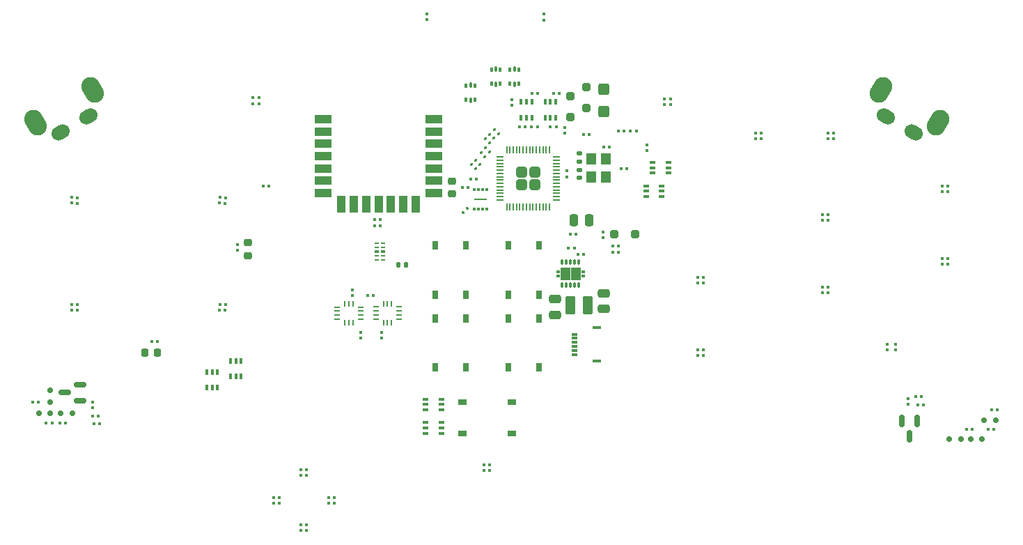
<source format=gbr>
%TF.GenerationSoftware,KiCad,Pcbnew,9.0.3*%
%TF.CreationDate,2025-09-30T10:08:22-07:00*%
%TF.ProjectId,UGC_Main_R5,5547435f-4d61-4696-9e5f-52352e6b6963,rev?*%
%TF.SameCoordinates,Original*%
%TF.FileFunction,Paste,Top*%
%TF.FilePolarity,Positive*%
%FSLAX46Y46*%
G04 Gerber Fmt 4.6, Leading zero omitted, Abs format (unit mm)*
G04 Created by KiCad (PCBNEW 9.0.3) date 2025-09-30 10:08:22*
%MOMM*%
%LPD*%
G01*
G04 APERTURE LIST*
G04 Aperture macros list*
%AMRoundRect*
0 Rectangle with rounded corners*
0 $1 Rounding radius*
0 $2 $3 $4 $5 $6 $7 $8 $9 X,Y pos of 4 corners*
0 Add a 4 corners polygon primitive as box body*
4,1,4,$2,$3,$4,$5,$6,$7,$8,$9,$2,$3,0*
0 Add four circle primitives for the rounded corners*
1,1,$1+$1,$2,$3*
1,1,$1+$1,$4,$5*
1,1,$1+$1,$6,$7*
1,1,$1+$1,$8,$9*
0 Add four rect primitives between the rounded corners*
20,1,$1+$1,$2,$3,$4,$5,0*
20,1,$1+$1,$4,$5,$6,$7,0*
20,1,$1+$1,$6,$7,$8,$9,0*
20,1,$1+$1,$8,$9,$2,$3,0*%
%AMHorizOval*
0 Thick line with rounded ends*
0 $1 width*
0 $2 $3 position (X,Y) of the first rounded end (center of the circle)*
0 $4 $5 position (X,Y) of the second rounded end (center of the circle)*
0 Add line between two ends*
20,1,$1,$2,$3,$4,$5,0*
0 Add two circle primitives to create the rounded ends*
1,1,$1,$2,$3*
1,1,$1,$4,$5*%
%AMRotRect*
0 Rectangle, with rotation*
0 The origin of the aperture is its center*
0 $1 length*
0 $2 width*
0 $3 Rotation angle, in degrees counterclockwise*
0 Add horizontal line*
21,1,$1,$2,0,0,$3*%
G04 Aperture macros list end*
%ADD10C,0.010000*%
%ADD11R,0.370000X0.370000*%
%ADD12RoundRect,0.079500X0.079500X0.100500X-0.079500X0.100500X-0.079500X-0.100500X0.079500X-0.100500X0*%
%ADD13RoundRect,0.250000X-0.250000X-0.475000X0.250000X-0.475000X0.250000X0.475000X-0.250000X0.475000X0*%
%ADD14RoundRect,0.079500X-0.079500X-0.100500X0.079500X-0.100500X0.079500X0.100500X-0.079500X0.100500X0*%
%ADD15RoundRect,0.250000X0.475000X-0.250000X0.475000X0.250000X-0.475000X0.250000X-0.475000X-0.250000X0*%
%ADD16RoundRect,0.079500X0.100500X-0.079500X0.100500X0.079500X-0.100500X0.079500X-0.100500X-0.079500X0*%
%ADD17RoundRect,0.079500X-0.100500X0.079500X-0.100500X-0.079500X0.100500X-0.079500X0.100500X0.079500X0*%
%ADD18RoundRect,0.250000X0.375000X0.850000X-0.375000X0.850000X-0.375000X-0.850000X0.375000X-0.850000X0*%
%ADD19RoundRect,0.079500X-0.127279X-0.014849X-0.014849X-0.127279X0.127279X0.014849X0.014849X0.127279X0*%
%ADD20RoundRect,0.150000X0.150000X0.200000X-0.150000X0.200000X-0.150000X-0.200000X0.150000X-0.200000X0*%
%ADD21R,0.745000X0.280000*%
%ADD22R,0.280000X0.745000*%
%ADD23R,0.565000X0.200000*%
%ADD24R,0.565000X0.400000*%
%ADD25RoundRect,0.140000X0.170000X-0.140000X0.170000X0.140000X-0.170000X0.140000X-0.170000X-0.140000X0*%
%ADD26RoundRect,0.150000X0.587500X0.150000X-0.587500X0.150000X-0.587500X-0.150000X0.587500X-0.150000X0*%
%ADD27RoundRect,0.250000X-0.425000X0.450000X-0.425000X-0.450000X0.425000X-0.450000X0.425000X0.450000X0*%
%ADD28RotRect,0.370000X0.370000X357.000000*%
%ADD29RoundRect,0.140000X-0.170000X0.140000X-0.170000X-0.140000X0.170000X-0.140000X0.170000X0.140000X0*%
%ADD30RoundRect,0.079500X0.127279X0.014849X0.014849X0.127279X-0.127279X-0.014849X-0.014849X-0.127279X0*%
%ADD31RoundRect,0.250000X-0.475000X0.250000X-0.475000X-0.250000X0.475000X-0.250000X0.475000X0.250000X0*%
%ADD32HorizOval,2.250000X-0.250000X0.433013X0.250000X-0.433013X0*%
%ADD33HorizOval,1.700000X0.259808X0.150000X-0.259808X-0.150000X0*%
%ADD34RoundRect,0.150000X-0.200000X0.150000X-0.200000X-0.150000X0.200000X-0.150000X0.200000X0.150000X0*%
%ADD35HorizOval,2.250000X-0.250000X-0.433013X0.250000X0.433013X0*%
%ADD36HorizOval,1.700000X0.259808X-0.150000X-0.259808X0.150000X0*%
%ADD37RoundRect,0.150000X-0.150000X-0.200000X0.150000X-0.200000X0.150000X0.200000X-0.150000X0.200000X0*%
%ADD38R,0.750000X1.000000*%
%ADD39RoundRect,0.150000X-0.150000X0.587500X-0.150000X-0.587500X0.150000X-0.587500X0.150000X0.587500X0*%
%ADD40RoundRect,0.079500X0.014849X-0.127279X0.127279X-0.014849X-0.014849X0.127279X-0.127279X0.014849X0*%
%ADD41RoundRect,0.100000X-0.225000X-0.100000X0.225000X-0.100000X0.225000X0.100000X-0.225000X0.100000X0*%
%ADD42RoundRect,0.249999X0.395001X-0.395001X0.395001X0.395001X-0.395001X0.395001X-0.395001X-0.395001X0*%
%ADD43RoundRect,0.050000X0.050000X-0.387500X0.050000X0.387500X-0.050000X0.387500X-0.050000X-0.387500X0*%
%ADD44RoundRect,0.050000X0.387500X-0.050000X0.387500X0.050000X-0.387500X0.050000X-0.387500X-0.050000X0*%
%ADD45RoundRect,0.100000X0.100000X-0.225000X0.100000X0.225000X-0.100000X0.225000X-0.100000X-0.225000X0*%
%ADD46RoundRect,0.140000X-0.140000X-0.170000X0.140000X-0.170000X0.140000X0.170000X-0.140000X0.170000X0*%
%ADD47RoundRect,0.100000X0.225000X0.100000X-0.225000X0.100000X-0.225000X-0.100000X0.225000X-0.100000X0*%
%ADD48R,2.000000X1.000000*%
%ADD49R,1.000000X2.000000*%
%ADD50R,1.000000X0.750000*%
%ADD51R,1.200000X1.400000*%
%ADD52RoundRect,0.093750X0.093750X-0.156250X0.093750X0.156250X-0.093750X0.156250X-0.093750X-0.156250X0*%
%ADD53RoundRect,0.075000X0.075000X-0.250000X0.075000X0.250000X-0.075000X0.250000X-0.075000X-0.250000X0*%
%ADD54RoundRect,0.225000X-0.225000X-0.250000X0.225000X-0.250000X0.225000X0.250000X-0.225000X0.250000X0*%
%ADD55RoundRect,0.218750X0.256250X-0.218750X0.256250X0.218750X-0.256250X0.218750X-0.256250X-0.218750X0*%
%ADD56RoundRect,0.250000X-0.250000X0.250000X-0.250000X-0.250000X0.250000X-0.250000X0.250000X0.250000X0*%
%ADD57RoundRect,0.225000X0.250000X-0.225000X0.250000X0.225000X-0.250000X0.225000X-0.250000X-0.225000X0*%
%ADD58RoundRect,0.093750X-0.093750X0.156250X-0.093750X-0.156250X0.093750X-0.156250X0.093750X0.156250X0*%
%ADD59RoundRect,0.075000X-0.075000X0.250000X-0.075000X-0.250000X0.075000X-0.250000X0.075000X0.250000X0*%
%ADD60R,0.700000X0.300000*%
%ADD61R,1.000000X0.300000*%
%ADD62RoundRect,0.007200X0.112800X-0.292800X0.112800X0.292800X-0.112800X0.292800X-0.112800X-0.292800X0*%
%ADD63RoundRect,0.250000X0.250000X-0.250000X0.250000X0.250000X-0.250000X0.250000X-0.250000X-0.250000X0*%
%ADD64RoundRect,0.250000X0.250000X0.250000X-0.250000X0.250000X-0.250000X-0.250000X0.250000X-0.250000X0*%
%ADD65R,0.300000X0.400000*%
%ADD66R,1.600000X0.200000*%
G04 APERTURE END LIST*
D10*
%TO.C,U4*%
X100332200Y-57298600D02*
X99992200Y-57298600D01*
X99992200Y-57048600D01*
X100332200Y-57048600D01*
X100332200Y-57298600D01*
G36*
X100332200Y-57298600D02*
G01*
X99992200Y-57298600D01*
X99992200Y-57048600D01*
X100332200Y-57048600D01*
X100332200Y-57298600D01*
G37*
X100332200Y-57798600D02*
X99992200Y-57798600D01*
X99992200Y-57548600D01*
X100332200Y-57548600D01*
X100332200Y-57798600D01*
G36*
X100332200Y-57798600D02*
G01*
X99992200Y-57798600D01*
X99992200Y-57548600D01*
X100332200Y-57548600D01*
X100332200Y-57798600D01*
G37*
X101592200Y-58173600D02*
X100532200Y-58173600D01*
X100532200Y-56673600D01*
X101592200Y-56673600D01*
X101592200Y-58173600D01*
G36*
X101592200Y-58173600D02*
G01*
X100532200Y-58173600D01*
X100532200Y-56673600D01*
X101592200Y-56673600D01*
X101592200Y-58173600D01*
G37*
X102852200Y-58173600D02*
X101792200Y-58173600D01*
X101792200Y-56673600D01*
X102852200Y-56673600D01*
X102852200Y-58173600D01*
G36*
X102852200Y-58173600D02*
G01*
X101792200Y-58173600D01*
X101792200Y-56673600D01*
X102852200Y-56673600D01*
X102852200Y-58173600D01*
G37*
X103392200Y-57298600D02*
X103052200Y-57298600D01*
X103052200Y-57048600D01*
X103392200Y-57048600D01*
X103392200Y-57298600D01*
G36*
X103392200Y-57298600D02*
G01*
X103052200Y-57298600D01*
X103052200Y-57048600D01*
X103392200Y-57048600D01*
X103392200Y-57298600D01*
G37*
X103392200Y-57798600D02*
X103052200Y-57798600D01*
X103052200Y-57548600D01*
X103392200Y-57548600D01*
X103392200Y-57798600D01*
G36*
X103392200Y-57798600D02*
G01*
X103052200Y-57798600D01*
X103052200Y-57548600D01*
X103392200Y-57548600D01*
X103392200Y-57798600D01*
G37*
%TD*%
D11*
%TO.C,L18*%
X132365457Y-50969400D03*
X133035457Y-50969400D03*
X133035457Y-50299400D03*
X132365457Y-50299400D03*
%TD*%
D12*
%TO.C,R39*%
X144633000Y-73349400D03*
X143943000Y-73349400D03*
%TD*%
D13*
%TO.C,C17*%
X102075264Y-50946302D03*
X103975264Y-50946302D03*
%TD*%
D14*
%TO.C,R13*%
X107528800Y-40132000D03*
X108218800Y-40132000D03*
%TD*%
D15*
%TO.C,C4*%
X105781600Y-61701000D03*
X105781600Y-59801000D03*
%TD*%
D16*
%TO.C,R35*%
X141189200Y-66658600D03*
X141189200Y-65968600D03*
%TD*%
D14*
%TO.C,R1*%
X50826600Y-65653200D03*
X51516600Y-65653200D03*
%TD*%
D12*
%TO.C,C26*%
X153142000Y-76372000D03*
X152452000Y-76372000D03*
%TD*%
%TO.C,R8*%
X107511800Y-54790000D03*
X106821800Y-54790000D03*
%TD*%
%TO.C,R5*%
X103993000Y-40558000D03*
X103303000Y-40558000D03*
%TD*%
D17*
%TO.C,R22*%
X98496800Y-25915000D03*
X98496800Y-26605000D03*
%TD*%
D12*
%TO.C,C27*%
X150576600Y-76372000D03*
X149886600Y-76372000D03*
%TD*%
D16*
%TO.C,R38*%
X113086301Y-36897961D03*
X113086301Y-36207961D03*
%TD*%
D14*
%TO.C,C33*%
X37974200Y-75533800D03*
X38664200Y-75533800D03*
%TD*%
D11*
%TO.C,L16*%
X117189113Y-58527540D03*
X117859113Y-58527540D03*
X117859113Y-57857540D03*
X117189113Y-57857540D03*
%TD*%
D18*
%TO.C,L5*%
X103834000Y-61233600D03*
X101684000Y-61233600D03*
%TD*%
D19*
%TO.C,R6*%
X89652848Y-44156048D03*
X90140752Y-44643952D03*
%TD*%
D20*
%TO.C,D7*%
X39752800Y-74390800D03*
X41152800Y-74390800D03*
%TD*%
D16*
%TO.C,R12*%
X101240231Y-45646075D03*
X101240231Y-44956075D03*
%TD*%
D21*
%TO.C,U10*%
X76164800Y-62980000D03*
X76164800Y-62480000D03*
X76164800Y-61980000D03*
X76164800Y-61480000D03*
D22*
X75266800Y-61082000D03*
X74766800Y-61082000D03*
X74266800Y-61082000D03*
D21*
X73368800Y-61480000D03*
X73368800Y-61980000D03*
X73368800Y-62480000D03*
X73368800Y-62980000D03*
D22*
X74266800Y-63378000D03*
X74766800Y-63378000D03*
X75266800Y-63378000D03*
%TD*%
D14*
%TO.C,R29*%
X105776200Y-42011600D03*
X106466200Y-42011600D03*
%TD*%
%TO.C,R41*%
X152909200Y-73959000D03*
X153599200Y-73959000D03*
%TD*%
D12*
%TO.C,C12*%
X77761800Y-60090000D03*
X77071800Y-60090000D03*
%TD*%
D23*
%TO.C,S7*%
X78119800Y-53730000D03*
X78119800Y-54230000D03*
D24*
X78119800Y-54730000D03*
D23*
X78119800Y-55230000D03*
X78119800Y-55730000D03*
X78953800Y-55730000D03*
X78953800Y-55230000D03*
D24*
X78953800Y-54730000D03*
D23*
X78953800Y-54230000D03*
X78953800Y-53730000D03*
%TD*%
D25*
%TO.C,C29*%
X102774687Y-43800623D03*
X102774687Y-42840623D03*
%TD*%
D12*
%TO.C,C11*%
X89236800Y-47000000D03*
X88546800Y-47000000D03*
%TD*%
D26*
%TO.C,Q5*%
X42078400Y-72841400D03*
X42078400Y-70941400D03*
X40203400Y-71891400D03*
%TD*%
D27*
%TO.C,C3*%
X105730800Y-34991600D03*
X105730800Y-37691600D03*
%TD*%
D17*
%TO.C,R21*%
X84206800Y-25895000D03*
X84206800Y-26585000D03*
%TD*%
D14*
%TO.C,R9*%
X106821800Y-54030000D03*
X107511800Y-54030000D03*
%TD*%
D17*
%TO.C,R34*%
X140173200Y-65968600D03*
X140173200Y-66658600D03*
%TD*%
D12*
%TO.C,R3*%
X103286670Y-55063394D03*
X102596670Y-55063394D03*
%TD*%
D28*
%TO.C,L2*%
X41048389Y-48851408D03*
X41717470Y-48886473D03*
X41752535Y-48217392D03*
X41083454Y-48182327D03*
%TD*%
D12*
%TO.C,R17*%
X78601800Y-51580000D03*
X77911800Y-51580000D03*
%TD*%
D17*
%TO.C,R37*%
X113884200Y-36199800D03*
X113884200Y-36889800D03*
%TD*%
D14*
%TO.C,C32*%
X43587600Y-74721000D03*
X44277600Y-74721000D03*
%TD*%
D11*
%TO.C,L17*%
X124223332Y-40997626D03*
X124893332Y-40997626D03*
X124893332Y-40327626D03*
X124223332Y-40327626D03*
%TD*%
D29*
%TO.C,C28*%
X102774687Y-44805388D03*
X102774687Y-45765388D03*
%TD*%
D14*
%TO.C,R16*%
X77911800Y-50820000D03*
X78601800Y-50820000D03*
%TD*%
D30*
%TO.C,C8*%
X91840752Y-42633952D03*
X91352848Y-42146048D03*
%TD*%
D28*
%TO.C,L1*%
X59048389Y-48851408D03*
X59717470Y-48886473D03*
X59752535Y-48217392D03*
X59083454Y-48182327D03*
%TD*%
D11*
%TO.C,L12*%
X132365457Y-59769400D03*
X133035457Y-59769400D03*
X133035457Y-59099400D03*
X132365457Y-59099400D03*
%TD*%
D20*
%TO.C,D14*%
X151995400Y-75229000D03*
X153395400Y-75229000D03*
%TD*%
D12*
%TO.C,R25*%
X97677000Y-39564300D03*
X96987000Y-39564300D03*
%TD*%
D17*
%TO.C,C5*%
X100981000Y-39679600D03*
X100981000Y-40369600D03*
%TD*%
D16*
%TO.C,R36*%
X63820800Y-36762800D03*
X63820800Y-36072800D03*
%TD*%
D31*
%TO.C,C23*%
X99787200Y-60537600D03*
X99787200Y-62437600D03*
%TD*%
D14*
%TO.C,R11*%
X64339400Y-46806400D03*
X65029400Y-46806400D03*
%TD*%
D17*
%TO.C,R4*%
X63042660Y-36072891D03*
X63042660Y-36762891D03*
%TD*%
%TO.C,R18*%
X78776800Y-64565000D03*
X78776800Y-65255000D03*
%TD*%
D32*
%TO.C,SW7*%
X36684912Y-39094336D03*
X43613116Y-35094336D03*
D33*
X39710265Y-40234400D03*
X43087763Y-38284400D03*
%TD*%
D12*
%TO.C,R33*%
X37038600Y-73044600D03*
X36348600Y-73044600D03*
%TD*%
D34*
%TO.C,D6*%
X38420800Y-73033400D03*
X38420800Y-71633400D03*
%TD*%
D35*
%TO.C,SW8*%
X139487798Y-35094336D03*
X146416002Y-39094336D03*
D36*
X140013151Y-38284400D03*
X143390649Y-40234400D03*
%TD*%
D37*
%TO.C,D16*%
X149179000Y-77489600D03*
X147779000Y-77489600D03*
%TD*%
D16*
%TO.C,C15*%
X110998000Y-42483600D03*
X110998000Y-41793600D03*
%TD*%
D38*
%TO.C,SW17*%
X88987957Y-53966400D03*
X88987957Y-59966400D03*
X85237957Y-53966400D03*
X85237957Y-59966400D03*
%TD*%
D30*
%TO.C,C6*%
X91830752Y-41523952D03*
X91342848Y-41036048D03*
%TD*%
D16*
%TO.C,R19*%
X76196800Y-65255000D03*
X76196800Y-64565000D03*
%TD*%
D17*
%TO.C,C13*%
X75206800Y-59375000D03*
X75206800Y-60065000D03*
%TD*%
D39*
%TO.C,Q6*%
X143855100Y-75279800D03*
X141955100Y-75279800D03*
X142905100Y-77154800D03*
%TD*%
D14*
%TO.C,R23*%
X99273000Y-39564300D03*
X99963000Y-39564300D03*
%TD*%
D11*
%TO.C,L15*%
X68965457Y-81929400D03*
X69635457Y-81929400D03*
X69635457Y-81259400D03*
X68965457Y-81259400D03*
%TD*%
D12*
%TO.C,R28*%
X97731800Y-35500000D03*
X97041800Y-35500000D03*
%TD*%
D40*
%TO.C,R10*%
X88682848Y-50013952D03*
X89170752Y-49526048D03*
%TD*%
D41*
%TO.C,D13*%
X84105200Y-75530900D03*
X84105200Y-76180900D03*
X84105200Y-76830900D03*
X86005200Y-76830900D03*
X86005200Y-76180900D03*
X86005200Y-75530900D03*
%TD*%
D42*
%TO.C,U8*%
X95751600Y-46658100D03*
X97351600Y-46658100D03*
X95751600Y-45058100D03*
X97351600Y-45058100D03*
D43*
X93951600Y-49295600D03*
X94351600Y-49295600D03*
X94751600Y-49295600D03*
X95151600Y-49295600D03*
X95551600Y-49295600D03*
X95951600Y-49295600D03*
X96351600Y-49295600D03*
X96751600Y-49295600D03*
X97151600Y-49295600D03*
X97551600Y-49295600D03*
X97951600Y-49295600D03*
X98351600Y-49295600D03*
X98751600Y-49295600D03*
X99151600Y-49295600D03*
D44*
X99989100Y-48458100D03*
X99989100Y-48058100D03*
X99989100Y-47658100D03*
X99989100Y-47258100D03*
X99989100Y-46858100D03*
X99989100Y-46458100D03*
X99989100Y-46058100D03*
X99989100Y-45658100D03*
X99989100Y-45258100D03*
X99989100Y-44858100D03*
X99989100Y-44458100D03*
X99989100Y-44058100D03*
X99989100Y-43658100D03*
X99989100Y-43258100D03*
D43*
X99151600Y-42420600D03*
X98751600Y-42420600D03*
X98351600Y-42420600D03*
X97951600Y-42420600D03*
X97551600Y-42420600D03*
X97151600Y-42420600D03*
X96751600Y-42420600D03*
X96351600Y-42420600D03*
X95951600Y-42420600D03*
X95551600Y-42420600D03*
X95151600Y-42420600D03*
X94751600Y-42420600D03*
X94351600Y-42420600D03*
X93951600Y-42420600D03*
D44*
X93114100Y-43258100D03*
X93114100Y-43658100D03*
X93114100Y-44058100D03*
X93114100Y-44458100D03*
X93114100Y-44858100D03*
X93114100Y-45258100D03*
X93114100Y-45658100D03*
X93114100Y-46058100D03*
X93114100Y-46458100D03*
X93114100Y-46858100D03*
X93114100Y-47258100D03*
X93114100Y-47658100D03*
X93114100Y-48058100D03*
X93114100Y-48458100D03*
%TD*%
D11*
%TO.C,L13*%
X146878417Y-56279002D03*
X147548417Y-56279002D03*
X147548417Y-55609002D03*
X146878417Y-55609002D03*
%TD*%
D19*
%TO.C,R7*%
X90155742Y-43653154D03*
X90643646Y-44141058D03*
%TD*%
D12*
%TO.C,R26*%
X100311800Y-35520000D03*
X99621800Y-35520000D03*
%TD*%
D17*
%TO.C,R40*%
X142738600Y-72598000D03*
X142738600Y-73288000D03*
%TD*%
D28*
%TO.C,L4*%
X59048389Y-61851408D03*
X59717470Y-61886473D03*
X59752535Y-61217392D03*
X59083454Y-61182327D03*
%TD*%
D37*
%TO.C,D3*%
X38460400Y-74390800D03*
X37060400Y-74390800D03*
%TD*%
D45*
%TO.C,D8*%
X57481200Y-71292000D03*
X58131200Y-71292000D03*
X58781200Y-71292000D03*
X58781200Y-69392000D03*
X58131200Y-69392000D03*
X57481200Y-69392000D03*
%TD*%
D19*
%TO.C,C10*%
X92442848Y-39936048D03*
X92930752Y-40423952D03*
%TD*%
D12*
%TO.C,C16*%
X102367400Y-52648400D03*
X101677400Y-52648400D03*
%TD*%
D46*
%TO.C,C18*%
X80766800Y-56340000D03*
X81726800Y-56340000D03*
%TD*%
D12*
%TO.C,R24*%
X96203800Y-39564300D03*
X95513800Y-39564300D03*
%TD*%
D47*
%TO.C,D5*%
X113594600Y-45195800D03*
X113594600Y-44545800D03*
X113594600Y-43895800D03*
X111694600Y-43895800D03*
X111694600Y-44545800D03*
X111694600Y-45195800D03*
%TD*%
D48*
%TO.C,P1*%
X71616800Y-38650000D03*
X71616800Y-40150000D03*
X71616800Y-41650000D03*
X71616800Y-43150000D03*
X71616800Y-44650000D03*
X71616800Y-46150000D03*
X71616800Y-47650000D03*
D49*
X73866800Y-48950000D03*
X75366800Y-48950000D03*
X76866800Y-48950000D03*
X78366800Y-48950000D03*
X79866800Y-48950000D03*
X81366800Y-48950000D03*
X82866800Y-48950000D03*
D48*
X85116800Y-47650000D03*
X85116800Y-46150000D03*
X85116800Y-44650000D03*
X85116800Y-43150000D03*
X85116800Y-41650000D03*
X85116800Y-40150000D03*
X85116800Y-38650000D03*
%TD*%
D50*
%TO.C,SW5*%
X94550457Y-76803800D03*
X88550457Y-76803800D03*
X94550457Y-73053800D03*
X88550457Y-73053800D03*
%TD*%
D12*
%TO.C,R20*%
X109692000Y-40132000D03*
X109002000Y-40132000D03*
%TD*%
D16*
%TO.C,R2*%
X61179200Y-54568200D03*
X61179200Y-53878200D03*
%TD*%
D37*
%TO.C,D15*%
X151769800Y-77489600D03*
X150369800Y-77489600D03*
%TD*%
D51*
%TO.C,Y1*%
X105967465Y-45650656D03*
X105967465Y-43450656D03*
X104267465Y-43450656D03*
X104267465Y-45650656D03*
%TD*%
D52*
%TO.C,U2*%
X92089300Y-34380000D03*
D53*
X92626800Y-34455000D03*
D52*
X93164300Y-34380000D03*
X93164300Y-32680000D03*
D53*
X92626800Y-32605000D03*
D52*
X92089300Y-32680000D03*
%TD*%
D41*
%TO.C,D12*%
X84105200Y-72671000D03*
X84105200Y-73321000D03*
X84105200Y-73971000D03*
X86005200Y-73971000D03*
X86005200Y-73321000D03*
X86005200Y-72671000D03*
%TD*%
D11*
%TO.C,L19*%
X146878417Y-47479002D03*
X147548417Y-47479002D03*
X147548417Y-46809002D03*
X146878417Y-46809002D03*
%TD*%
D54*
%TO.C,C1*%
X49963356Y-67005405D03*
X51513356Y-67005405D03*
%TD*%
D11*
%TO.C,L14*%
X72315457Y-85279400D03*
X72985457Y-85279400D03*
X72985457Y-84609400D03*
X72315457Y-84609400D03*
%TD*%
%TO.C,L8*%
X65615457Y-85279400D03*
X66285457Y-85279400D03*
X66285457Y-84609400D03*
X65615457Y-84609400D03*
%TD*%
D38*
%TO.C,SW18*%
X94112957Y-68841400D03*
X94112957Y-62841400D03*
X97862957Y-68841400D03*
X97862957Y-62841400D03*
%TD*%
D30*
%TO.C,C7*%
X92380752Y-40973952D03*
X91892848Y-40486048D03*
%TD*%
D55*
%TO.C,L7*%
X87256800Y-47747501D03*
X87256800Y-46172499D03*
%TD*%
D11*
%TO.C,L10*%
X117189113Y-67327540D03*
X117859113Y-67327540D03*
X117859113Y-66657540D03*
X117189113Y-66657540D03*
%TD*%
D16*
%TO.C,R27*%
X94546800Y-36975000D03*
X94546800Y-36285000D03*
%TD*%
D14*
%TO.C,C25*%
X143714400Y-72384200D03*
X144404400Y-72384200D03*
%TD*%
D56*
%TO.C,D10*%
X101676800Y-35890000D03*
X101676800Y-38390000D03*
%TD*%
D57*
%TO.C,C2*%
X62465156Y-55234524D03*
X62465156Y-53684524D03*
%TD*%
D14*
%TO.C,C34*%
X39599800Y-75533800D03*
X40289800Y-75533800D03*
%TD*%
D38*
%TO.C,SW19*%
X88987957Y-62841400D03*
X88987957Y-68841400D03*
X85237957Y-62841400D03*
X85237957Y-68841400D03*
%TD*%
D45*
%TO.C,D11*%
X60376800Y-69905200D03*
X61026800Y-69905200D03*
X61676800Y-69905200D03*
X61676800Y-68005200D03*
X61026800Y-68005200D03*
X60376800Y-68005200D03*
%TD*%
D11*
%TO.C,L9*%
X68965457Y-88629400D03*
X69635457Y-88629400D03*
X69635457Y-87959400D03*
X68965457Y-87959400D03*
%TD*%
D58*
%TO.C,U1*%
X90084300Y-34570000D03*
D59*
X89546800Y-34495000D03*
D58*
X89009300Y-34570000D03*
X89009300Y-36270000D03*
D59*
X89546800Y-36345000D03*
D58*
X90084300Y-36270000D03*
%TD*%
D14*
%TO.C,C24*%
X101473376Y-54298352D03*
X102163376Y-54298352D03*
%TD*%
%TO.C,C14*%
X107859000Y-44704000D03*
X108549000Y-44704000D03*
%TD*%
D11*
%TO.C,L11*%
X133023332Y-40997626D03*
X133693332Y-40997626D03*
X133693332Y-40327626D03*
X133023332Y-40327626D03*
%TD*%
D60*
%TO.C,J2*%
X102224200Y-67284200D03*
X102224200Y-66784200D03*
X102224200Y-66284200D03*
X102224200Y-65784200D03*
X102224200Y-65284200D03*
X102224200Y-64784200D03*
D61*
X104874200Y-68074200D03*
X104874200Y-63994200D03*
%TD*%
D14*
%TO.C,C9*%
X89591800Y-45900000D03*
X90281800Y-45900000D03*
%TD*%
D16*
%TO.C,R15*%
X105680000Y-53044200D03*
X105680000Y-52354200D03*
%TD*%
D12*
%TO.C,R31*%
X44455400Y-75660800D03*
X43765400Y-75660800D03*
%TD*%
D21*
%TO.C,U5*%
X80855600Y-62966600D03*
X80855600Y-62466600D03*
X80855600Y-61966600D03*
X80855600Y-61466600D03*
D22*
X79957600Y-61068600D03*
X79457600Y-61068600D03*
X78957600Y-61068600D03*
D21*
X78059600Y-61466600D03*
X78059600Y-61966600D03*
X78059600Y-62466600D03*
X78059600Y-62966600D03*
D22*
X78957600Y-63364600D03*
X79457600Y-63364600D03*
X79957600Y-63364600D03*
%TD*%
D62*
%TO.C,U4*%
X100692200Y-58823600D03*
X101192200Y-58823600D03*
X101692200Y-58823600D03*
X102192200Y-58823600D03*
X102692200Y-58823600D03*
X102692200Y-56023600D03*
X102192200Y-56023600D03*
X101692200Y-56023600D03*
X101192200Y-56023600D03*
X100692200Y-56023600D03*
%TD*%
D16*
%TO.C,R32*%
X43602400Y-73694400D03*
X43602400Y-73004400D03*
%TD*%
D45*
%TO.C,Q4*%
X95716800Y-38482300D03*
X96366800Y-38482300D03*
X97016800Y-38482300D03*
X97016800Y-36582300D03*
X96366800Y-36582300D03*
X95716800Y-36582300D03*
%TD*%
D38*
%TO.C,SW9*%
X94112957Y-59966400D03*
X94112957Y-53966400D03*
X97862957Y-59966400D03*
X97862957Y-53966400D03*
%TD*%
D52*
%TO.C,U3*%
X94349300Y-34380000D03*
D53*
X94886800Y-34455000D03*
D52*
X95424300Y-34380000D03*
X95424300Y-32680000D03*
D53*
X94886800Y-32605000D03*
D52*
X94349300Y-32680000D03*
%TD*%
D28*
%TO.C,L3*%
X41048389Y-61851408D03*
X41717470Y-61886473D03*
X41752535Y-61217392D03*
X41083454Y-61182327D03*
%TD*%
D63*
%TO.C,D9*%
X103648000Y-37286800D03*
X103648000Y-34786800D03*
%TD*%
D19*
%TO.C,C19*%
X90815048Y-42707448D03*
X91302952Y-43195352D03*
%TD*%
D45*
%TO.C,Q3*%
X98612400Y-38482300D03*
X99262400Y-38482300D03*
X99912400Y-38482300D03*
X99912400Y-36582300D03*
X99262400Y-36582300D03*
X98612400Y-36582300D03*
%TD*%
D47*
%TO.C,D4*%
X112776800Y-48055600D03*
X112776800Y-47405600D03*
X112776800Y-46755600D03*
X110876800Y-46755600D03*
X110876800Y-47405600D03*
X110876800Y-48055600D03*
%TD*%
D11*
%TO.C,L6*%
X91215457Y-81348600D03*
X91885457Y-81348600D03*
X91885457Y-80678600D03*
X91215457Y-80678600D03*
%TD*%
D64*
%TO.C,D1*%
X109536800Y-52660000D03*
X107036800Y-52660000D03*
%TD*%
D65*
%TO.C,U9*%
X90005178Y-49600000D03*
X90505178Y-49600000D03*
X91005178Y-49600000D03*
X91505178Y-49600000D03*
X91505178Y-47200000D03*
X91005178Y-47200000D03*
X90505178Y-47200000D03*
X90005178Y-47200000D03*
D66*
X90755178Y-48400000D03*
%TD*%
M02*

</source>
